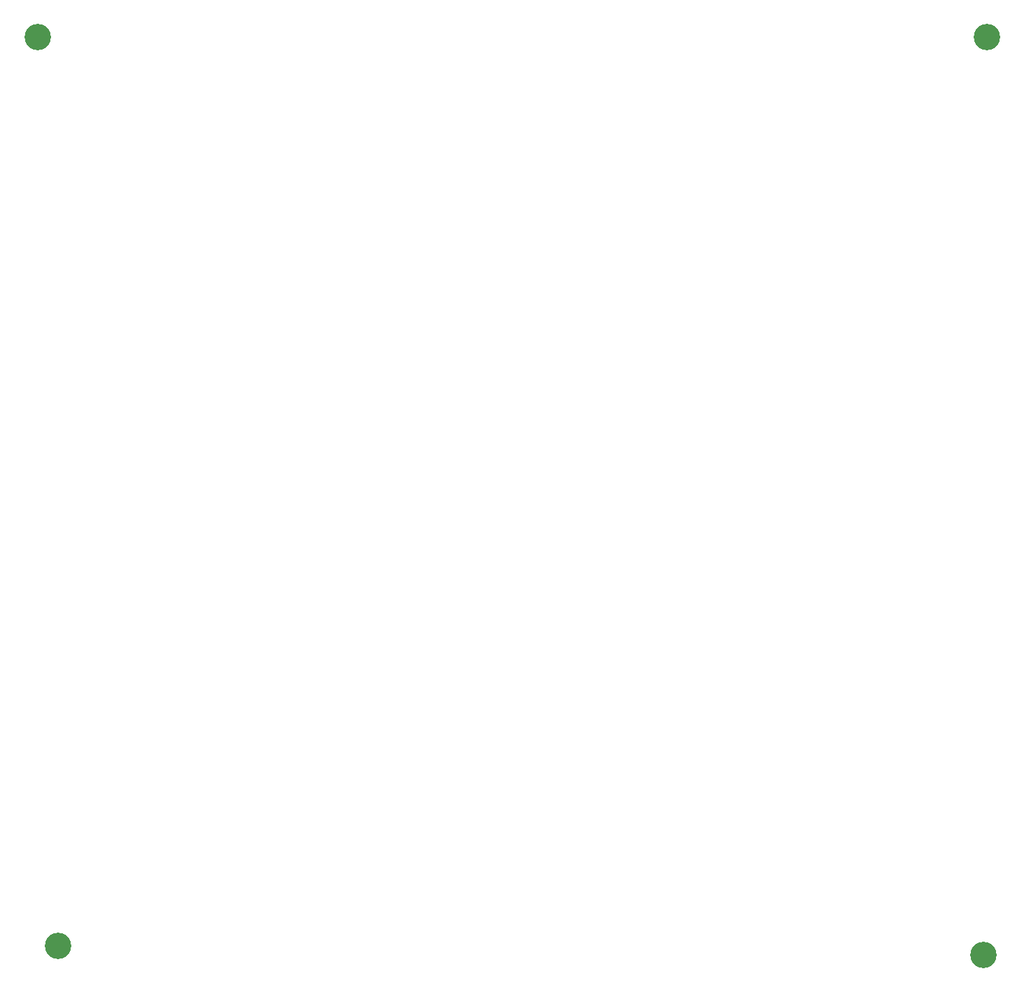
<source format=gbr>
%TF.GenerationSoftware,Altium Limited,Altium Designer,25.2.1 (25)*%
G04 Layer_Color=0*
%FSLAX45Y45*%
%MOMM*%
%TF.SameCoordinates,EF3F7739-EB0C-4DF3-8AA3-BEF7F1336093*%
%TF.FilePolarity,Positive*%
%TF.FileFunction,NonPlated,1,2,NPTH,Drill*%
%TF.Part,Single*%
G01*
G75*
%TA.AperFunction,ComponentDrill*%
%ADD129C,3.20000*%
D129*
X540000Y450000D02*
D03*
X11780000Y11460000D02*
D03*
X11740000Y340000D02*
D03*
X290000Y11460000D02*
D03*
%TF.MD5,e8d78056228a752c7b896e1d7e9d7f27*%
M02*

</source>
